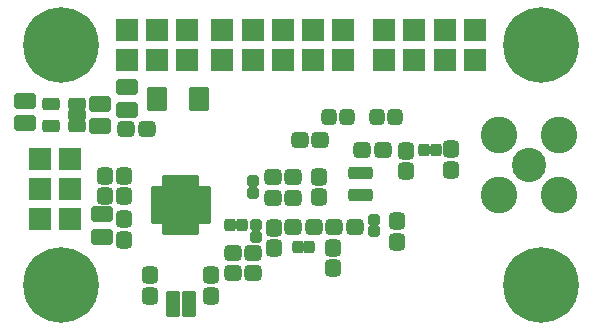
<source format=gbr>
G04 #@! TF.GenerationSoftware,KiCad,Pcbnew,(5.99.0-9154-g0d2ee266a1)*
G04 #@! TF.CreationDate,2021-03-25T14:29:23+01:00*
G04 #@! TF.ProjectId,ISM02B,49534d30-3242-42e6-9b69-6361645f7063,REV*
G04 #@! TF.SameCoordinates,Original*
G04 #@! TF.FileFunction,Soldermask,Bot*
G04 #@! TF.FilePolarity,Negative*
%FSLAX46Y46*%
G04 Gerber Fmt 4.6, Leading zero omitted, Abs format (unit mm)*
G04 Created by KiCad (PCBNEW (5.99.0-9154-g0d2ee266a1)) date 2021-03-25 14:29:23*
%MOMM*%
%LPD*%
G01*
G04 APERTURE LIST*
G04 Aperture macros list*
%AMRoundRect*
0 Rectangle with rounded corners*
0 $1 Rounding radius*
0 $2 $3 $4 $5 $6 $7 $8 $9 X,Y pos of 4 corners*
0 Add a 4 corners polygon primitive as box body*
4,1,4,$2,$3,$4,$5,$6,$7,$8,$9,$2,$3,0*
0 Add four circle primitives for the rounded corners*
1,1,$1+$1,$2,$3*
1,1,$1+$1,$4,$5*
1,1,$1+$1,$6,$7*
1,1,$1+$1,$8,$9*
0 Add four rect primitives between the rounded corners*
20,1,$1+$1,$2,$3,$4,$5,0*
20,1,$1+$1,$4,$5,$6,$7,0*
20,1,$1+$1,$6,$7,$8,$9,0*
20,1,$1+$1,$8,$9,$2,$3,0*%
G04 Aperture macros list end*
%ADD10C,6.400000*%
%ADD11RoundRect,0.200000X-0.762000X-0.762000X0.762000X-0.762000X0.762000X0.762000X-0.762000X0.762000X0*%
%ADD12RoundRect,0.200000X0.762000X-0.762000X0.762000X0.762000X-0.762000X0.762000X-0.762000X-0.762000X0*%
%ADD13C,2.900000*%
%ADD14C,3.100000*%
%ADD15RoundRect,0.337500X0.337500X-0.387500X0.337500X0.387500X-0.337500X0.387500X-0.337500X-0.387500X0*%
%ADD16RoundRect,0.337500X0.387500X0.337500X-0.387500X0.337500X-0.387500X-0.337500X0.387500X-0.337500X0*%
%ADD17RoundRect,0.337500X-0.387500X-0.337500X0.387500X-0.337500X0.387500X0.337500X-0.387500X0.337500X0*%
%ADD18RoundRect,0.200000X0.425000X-0.375000X0.425000X0.375000X-0.425000X0.375000X-0.425000X-0.375000X0*%
%ADD19RoundRect,0.162500X0.162500X-0.450000X0.162500X0.450000X-0.162500X0.450000X-0.162500X-0.450000X0*%
%ADD20RoundRect,0.162500X0.450000X-0.162500X0.450000X0.162500X-0.450000X0.162500X-0.450000X-0.162500X0*%
%ADD21RoundRect,0.288462X1.211538X-1.211538X1.211538X1.211538X-1.211538X1.211538X-1.211538X-1.211538X0*%
%ADD22RoundRect,0.318750X-0.318750X-0.356250X0.318750X-0.356250X0.318750X0.356250X-0.318750X0.356250X0*%
%ADD23RoundRect,0.247500X-0.272500X0.247500X-0.272500X-0.247500X0.272500X-0.247500X0.272500X0.247500X0*%
%ADD24RoundRect,0.247500X-0.247500X-0.272500X0.247500X-0.272500X0.247500X0.272500X-0.247500X0.272500X0*%
%ADD25RoundRect,0.200000X0.698500X-0.444500X0.698500X0.444500X-0.698500X0.444500X-0.698500X-0.444500X0*%
%ADD26RoundRect,0.247500X0.272500X-0.247500X0.272500X0.247500X-0.272500X0.247500X-0.272500X-0.247500X0*%
%ADD27RoundRect,0.337500X-0.337500X0.387500X-0.337500X-0.387500X0.337500X-0.387500X0.337500X0.387500X0*%
%ADD28RoundRect,0.200000X-0.650000X-0.850000X0.650000X-0.850000X0.650000X0.850000X-0.650000X0.850000X0*%
%ADD29RoundRect,0.200000X0.530000X0.325000X-0.530000X0.325000X-0.530000X-0.325000X0.530000X-0.325000X0*%
%ADD30RoundRect,0.200000X-0.698500X0.444500X-0.698500X-0.444500X0.698500X-0.444500X0.698500X0.444500X0*%
%ADD31RoundRect,0.200000X0.200000X-0.325000X0.200000X0.325000X-0.200000X0.325000X-0.200000X-0.325000X0*%
%ADD32RoundRect,0.318750X0.318750X0.356250X-0.318750X0.356250X-0.318750X-0.356250X0.318750X-0.356250X0*%
G04 APERTURE END LIST*
D10*
G04 #@! TO.C,M2*
X139700000Y-104140000D03*
G04 #@! TD*
G04 #@! TO.C,M3*
X180340000Y-124460000D03*
G04 #@! TD*
D11*
G04 #@! TO.C,J2*
X137922000Y-118872000D03*
X140462000Y-118872000D03*
G04 #@! TD*
D12*
G04 #@! TO.C,J5*
X167102000Y-105410000D03*
X167102000Y-102870000D03*
G04 #@! TD*
G04 #@! TO.C,J4*
X172202000Y-105410000D03*
X172202000Y-102870000D03*
G04 #@! TD*
G04 #@! TO.C,J3*
X163596000Y-105410000D03*
X163596000Y-102870000D03*
G04 #@! TD*
D13*
G04 #@! TO.C,J12*
X179374800Y-114300000D03*
D14*
X181914800Y-111760000D03*
X176834800Y-111760000D03*
X176834800Y-116840000D03*
X181914800Y-116840000D03*
G04 #@! TD*
D12*
G04 #@! TO.C,J10*
X153396000Y-105410000D03*
X153396000Y-102870000D03*
G04 #@! TD*
G04 #@! TO.C,J7*
X174752000Y-105410000D03*
X174752000Y-102870000D03*
G04 #@! TD*
G04 #@! TO.C,J9*
X155946000Y-105410000D03*
X155946000Y-102870000D03*
G04 #@! TD*
G04 #@! TO.C,J8*
X158496000Y-105410000D03*
X158496000Y-102870000D03*
G04 #@! TD*
G04 #@! TO.C,J11*
X161046000Y-105410000D03*
X161046000Y-102870000D03*
G04 #@! TD*
G04 #@! TO.C,J6*
X169652000Y-105410000D03*
X169652000Y-102870000D03*
G04 #@! TD*
D10*
G04 #@! TO.C,M1*
X180340000Y-104140000D03*
G04 #@! TD*
D12*
G04 #@! TO.C,J1*
X145288000Y-105410000D03*
X145288000Y-102870000D03*
X147828000Y-105410000D03*
X147828000Y-102870000D03*
X150368000Y-105410000D03*
X150368000Y-102870000D03*
G04 #@! TD*
D10*
G04 #@! TO.C,M4*
X139700000Y-124460000D03*
G04 #@! TD*
D11*
G04 #@! TO.C,J15*
X137922000Y-113792000D03*
X140462000Y-113792000D03*
G04 #@! TD*
G04 #@! TO.C,J13*
X137922000Y-116332000D03*
X140462000Y-116332000D03*
G04 #@! TD*
D15*
G04 #@! TO.C,C19*
X168949600Y-114805000D03*
X168949600Y-113055000D03*
G04 #@! TD*
D16*
G04 #@! TO.C,C18*
X161671000Y-112141000D03*
X159921000Y-112141000D03*
G04 #@! TD*
D15*
G04 #@! TO.C,C12*
X161558000Y-117021000D03*
X161558000Y-115271000D03*
G04 #@! TD*
G04 #@! TO.C,C22*
X172720000Y-114667000D03*
X172720000Y-112917000D03*
G04 #@! TD*
G04 #@! TO.C,C4*
X145058000Y-120621000D03*
X145058000Y-118871000D03*
G04 #@! TD*
G04 #@! TO.C,C5*
X143458000Y-116921000D03*
X143458000Y-115171000D03*
G04 #@! TD*
G04 #@! TO.C,C1*
X152458000Y-125335000D03*
X152458000Y-123585000D03*
G04 #@! TD*
G04 #@! TO.C,C3*
X147258000Y-125335000D03*
X147258000Y-123585000D03*
G04 #@! TD*
D16*
G04 #@! TO.C,C10*
X159385000Y-117046000D03*
X157635000Y-117046000D03*
G04 #@! TD*
D15*
G04 #@! TO.C,C6*
X145058000Y-116921000D03*
X145058000Y-115171000D03*
G04 #@! TD*
D17*
G04 #@! TO.C,C8*
X157635000Y-115316000D03*
X159385000Y-115316000D03*
G04 #@! TD*
D18*
G04 #@! TO.C,Y1*
X150533000Y-126585000D03*
X149183000Y-126585000D03*
X149183000Y-125535000D03*
X150533000Y-125535000D03*
G04 #@! TD*
D19*
G04 #@! TO.C,U1*
X151108000Y-119583500D03*
X150608000Y-119583500D03*
X150108000Y-119583500D03*
X149608000Y-119583500D03*
X149108000Y-119583500D03*
X148608000Y-119583500D03*
D20*
X147920500Y-118896000D03*
X147920500Y-118396000D03*
X147920500Y-117896000D03*
X147920500Y-117396000D03*
X147920500Y-116896000D03*
X147920500Y-116396000D03*
D19*
X148608000Y-115708500D03*
X149108000Y-115708500D03*
X149608000Y-115708500D03*
X150108000Y-115708500D03*
X150608000Y-115708500D03*
X151108000Y-115708500D03*
D20*
X151795500Y-116396000D03*
X151795500Y-116896000D03*
X151795500Y-117396000D03*
X151795500Y-117896000D03*
X151795500Y-118396000D03*
X151795500Y-118896000D03*
D21*
X149858000Y-117646000D03*
G04 #@! TD*
D22*
G04 #@! TO.C,R1*
X166446000Y-110236000D03*
X168021000Y-110236000D03*
G04 #@! TD*
D23*
G04 #@! TO.C,L2*
X155970000Y-115661000D03*
X155970000Y-116631000D03*
G04 #@! TD*
D24*
G04 #@! TO.C,L7*
X170464600Y-113030000D03*
X171434600Y-113030000D03*
G04 #@! TD*
D25*
G04 #@! TO.C,L1*
X143158000Y-120332500D03*
X143158000Y-118427500D03*
G04 #@! TD*
D26*
G04 #@! TO.C,L4*
X156258000Y-120331000D03*
X156258000Y-119361000D03*
G04 #@! TD*
G04 #@! TO.C,L6*
X166217600Y-119865000D03*
X166217600Y-118895000D03*
G04 #@! TD*
D24*
G04 #@! TO.C,L5*
X159773000Y-121246000D03*
X160743000Y-121246000D03*
G04 #@! TD*
D16*
G04 #@! TO.C,C13*
X161133000Y-119546000D03*
X159383000Y-119546000D03*
G04 #@! TD*
D27*
G04 #@! TO.C,C16*
X168148000Y-119013000D03*
X168148000Y-120763000D03*
G04 #@! TD*
D16*
G04 #@! TO.C,C17*
X166979600Y-113030000D03*
X165229600Y-113030000D03*
G04 #@! TD*
D27*
G04 #@! TO.C,C14*
X162758000Y-121285000D03*
X162758000Y-123035000D03*
G04 #@! TD*
G04 #@! TO.C,C11*
X157758000Y-119571000D03*
X157758000Y-121321000D03*
G04 #@! TD*
D16*
G04 #@! TO.C,C15*
X164614800Y-119532400D03*
X162864800Y-119532400D03*
G04 #@! TD*
G04 #@! TO.C,C9*
X156008000Y-121746000D03*
X154258000Y-121746000D03*
G04 #@! TD*
G04 #@! TO.C,C7*
X156008000Y-123446000D03*
X154258000Y-123446000D03*
G04 #@! TD*
D24*
G04 #@! TO.C,L3*
X154073000Y-119346000D03*
X155043000Y-119346000D03*
G04 #@! TD*
D17*
G04 #@! TO.C,C2*
X145263000Y-111252000D03*
X147013000Y-111252000D03*
G04 #@! TD*
D28*
G04 #@! TO.C,D1*
X147884000Y-108712000D03*
X151384000Y-108712000D03*
G04 #@! TD*
D29*
G04 #@! TO.C,U2*
X141038000Y-109102000D03*
X141038000Y-110052000D03*
X141038000Y-111002000D03*
X138838000Y-111002000D03*
X138838000Y-109102000D03*
G04 #@! TD*
D25*
G04 #@! TO.C,C24*
X136652000Y-110744000D03*
X136652000Y-108839000D03*
G04 #@! TD*
D30*
G04 #@! TO.C,C21*
X143038000Y-109099500D03*
X143038000Y-111004500D03*
G04 #@! TD*
D25*
G04 #@! TO.C,C25*
X145288000Y-109601000D03*
X145288000Y-107696000D03*
G04 #@! TD*
D31*
G04 #@! TO.C,U3*
X165750000Y-116836000D03*
X165100000Y-116836000D03*
X164450000Y-116836000D03*
X164450000Y-114936000D03*
X165100000Y-114936000D03*
X165750000Y-114936000D03*
G04 #@! TD*
D32*
G04 #@! TO.C,R2*
X163957000Y-110236000D03*
X162382000Y-110236000D03*
G04 #@! TD*
M02*

</source>
